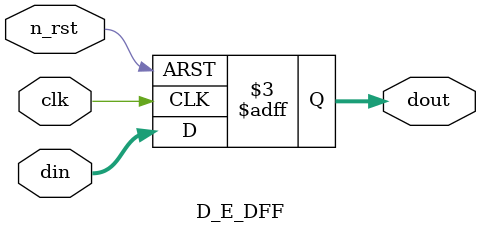
<source format=sv>
module D_E_DFF #(
    parameter WIDTH = 32,
    parameter RESET_VALUE = 0
)
(
    clk,
    n_rst,
    din,
    dout
);
    input clk;
    input n_rst;
    input [WIDTH-1:0]din;
    
    output reg[WIDTH-1:0]dout;

always@(posedge clk or negedge n_rst)
begin
    if(!n_rst) 
    begin
        dout <= RESET_VALUE;
    end
    else 
    begin
        dout <= din;
    end
end

endmodule
</source>
